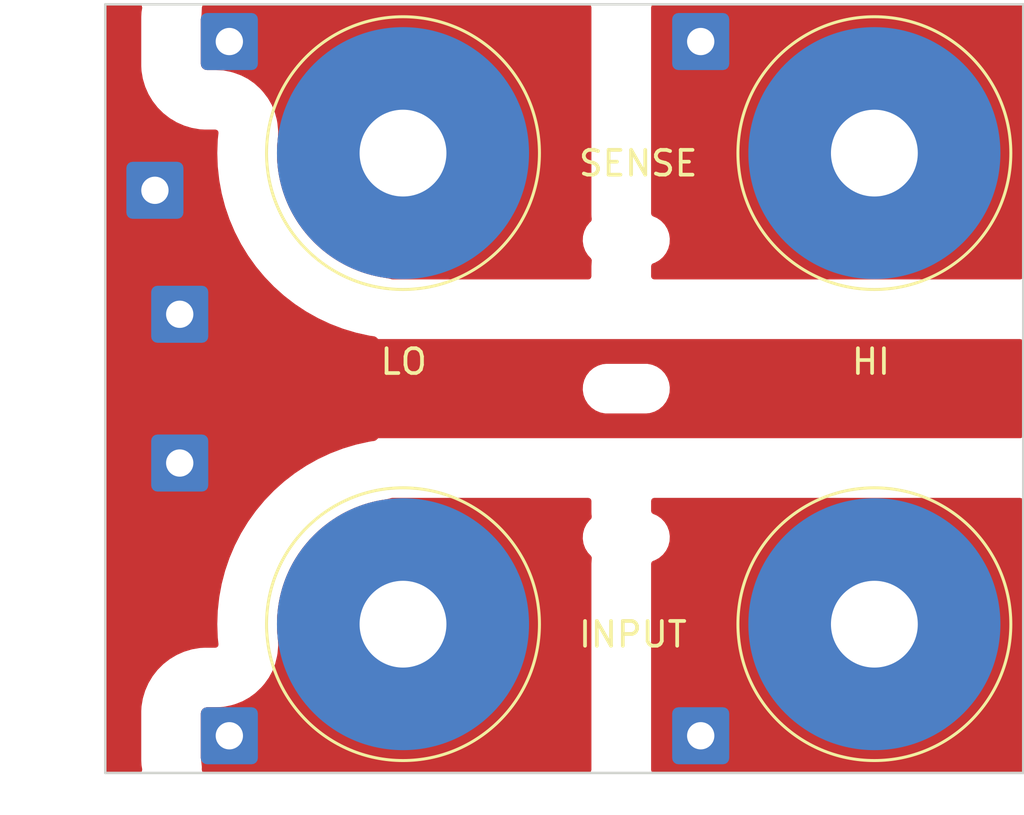
<source format=kicad_pcb>
(kicad_pcb (version 20221018) (generator pcbnew)
  (layers (0 "F.Cu" signal) (31 "B.Cu" signal) (34 "B.Paste" user) (35 "F.Paste" user) (36 "B.SilkS" user "B.Silkscreen") (37 "F.SilkS" user "F.Silkscreen") (38 "B.Mask" user) (39 "F.Mask" user) (44 "Edge.Cuts" user))
  (net 0 "")
  (net 1 "/IN_HI")
  (net 2 "/IN_LO")
  (net 3 "/SENSE_HI")
  (net 4 "Earth_Protective")
  (net 5 "/SENSE_LO")
  (footprint "mylib:tiewrap_hole" (layer "F.Cu") (at 105 86.5)
    (fp_text reference "H1" hide)
    (fp_text value "MountingHole")
    (pad "" np_thru_hole oval (at 0 0) (size 3 1.5) (drill oval 3 1.5) (layers "*.Cu" "*.Mask"))
  )
  (footprint "Connector_Wire:SolderWire-0.5sqmm_1x01_D0.9mm_OD2.3mm" (layer "F.Cu") (at 108 66.5)
    (fp_text reference "J7" hide)
    (fp_text value "Conn_01x01_Pin")
    (pad "1" thru_hole roundrect (at 0 0) (size 2.3 2.3) (drill 1.1) (layers "*.Cu" "*.Mask") (roundrect_rratio 0.108696087) (net 3 "/SENSE_HI"))
  )
  (footprint "project_specific_libs:Banana_Jack_1Pin" (layer "F.Cu") (at 115 90)
    (fp_text reference "J1" hide)
    (fp_text value "Conn_01x01_Pin")
    (fp_circle (center 0 0) (end 5.5 0) (stroke (width 0.12)) (fill none) (layer "F.SilkS"))
    (pad "1" thru_hole circle (at 0 0) (size 10.16 10.16) (drill 3.5) (layers "*.Cu" "*.Mask") (net 1 "/IN_HI"))
  )
  (footprint "Connector_Wire:SolderWire-0.5sqmm_1x01_D0.9mm_OD2.3mm" (layer "F.Cu") (at 87 83.5)
    (fp_text reference "J9" hide)
    (fp_text value "Conn_01x01_Pin")
    (pad "1" thru_hole roundrect (at 0 0) (size 2.3 2.3) (drill 1.1) (layers "*.Cu" "*.Mask") (roundrect_rratio 0.108696087) (net 4 "Earth_Protective"))
  )
  (footprint "project_specific_libs:Banana_Jack_1Pin" (layer "F.Cu") (at 115 71)
    (fp_text reference "J3" hide)
    (fp_text value "Conn_01x01_Pin")
    (fp_circle (center 0 0) (end 5.5 0) (stroke (width 0.12)) (fill none) (layer "F.SilkS"))
    (pad "1" thru_hole circle (at 0 0) (size 10.16 10.16) (drill 3.5) (layers "*.Cu" "*.Mask") (net 3 "/SENSE_HI"))
  )
  (footprint "Connector_Wire:SolderWire-0.5sqmm_1x01_D0.9mm_OD2.3mm" (layer "F.Cu") (at 87 77.5)
    (fp_text reference "J11" hide)
    (fp_text value "Conn_01x01_Pin")
    (pad "1" thru_hole roundrect (at 0 0) (size 2.3 2.3) (drill 1.1) (layers "*.Cu" "*.Mask") (roundrect_rratio 0.108696087) (net 4 "Earth_Protective"))
  )
  (footprint "Connector_Wire:SolderWire-0.5sqmm_1x01_D0.9mm_OD2.3mm" (layer "F.Cu") (at 108 94.5)
    (fp_text reference "J5" hide)
    (fp_text value "Conn_01x01_Pin")
    (pad "1" thru_hole roundrect (at 0 0) (size 2.3 2.3) (drill 1.1) (layers "*.Cu" "*.Mask") (roundrect_rratio 0.108696087) (net 1 "/IN_HI"))
  )
  (footprint "Connector_Wire:SolderWire-0.5sqmm_1x01_D0.9mm_OD2.3mm" (layer "F.Cu") (at 86 72.5)
    (fp_text reference "J10" hide)
    (fp_text value "Conn_01x01_Pin")
    (pad "1" thru_hole roundrect (at 0 0) (size 2.3 2.3) (drill 1.1) (layers "*.Cu" "*.Mask") (roundrect_rratio 0.108696087) (net 4 "Earth_Protective"))
  )
  (footprint "Connector_Wire:SolderWire-0.5sqmm_1x01_D0.9mm_OD2.3mm" (layer "F.Cu") (at 89 66.5)
    (fp_text reference "J8" hide)
    (fp_text value "Conn_01x01_Pin")
    (pad "1" thru_hole roundrect (at 0 0) (size 2.3 2.3) (drill 1.1) (layers "*.Cu" "*.Mask") (roundrect_rratio 0.108696087) (net 5 "/SENSE_LO"))
  )
  (footprint "mylib:tiewrap_hole" (layer "F.Cu") (at 105 74.5)
    (fp_text reference "H3" hide)
    (fp_text value "MountingHole")
    (pad "" np_thru_hole oval (at 0 0) (size 3 1.5) (drill oval 3 1.5) (layers "*.Cu" "*.Mask"))
  )
  (footprint "Connector_Wire:SolderWire-0.5sqmm_1x01_D0.9mm_OD2.3mm" (layer "F.Cu") (at 89 94.5)
    (fp_text reference "J6" hide)
    (fp_text value "Conn_01x01_Pin")
    (pad "1" thru_hole roundrect (at 0 0) (size 2.3 2.3) (drill 1.1) (layers "*.Cu" "*.Mask") (roundrect_rratio 0.108696087) (net 2 "/IN_LO"))
  )
  (footprint "project_specific_libs:Banana_Jack_1Pin" (layer "F.Cu") (at 96 90)
    (fp_text reference "J2" hide)
    (fp_text value "Conn_01x01_Pin")
    (fp_circle (center 0 0) (end 5.5 0) (stroke (width 0.12)) (fill none) (layer "F.SilkS"))
    (pad "1" thru_hole circle (at 0 0) (size 10.16 10.16) (drill 3.5) (layers "*.Cu" "*.Mask") (net 2 "/IN_LO"))
  )
  (footprint "mylib:tiewrap_hole" (layer "F.Cu") (at 105 80.5)
    (fp_text reference "H2" hide)
    (fp_text value "MountingHole")
    (pad "" np_thru_hole oval (at 0 0) (size 3 1.5) (drill oval 3 1.5) (layers "*.Cu" "*.Mask"))
  )
  (footprint "project_specific_libs:Banana_Jack_1Pin" (layer "F.Cu") (at 96 71)
    (fp_text reference "J4" hide)
    (fp_text value "Conn_01x01_Pin")
    (fp_circle (center 0 0) (end 5.5 0) (stroke (width 0.12)) (fill none) (layer "F.SilkS"))
    (pad "1" thru_hole circle (at 0 0) (size 10.16 10.16) (drill 3.5) (layers "*.Cu" "*.Mask") (net 5 "/SENSE_LO"))
  )
  (gr_line (start 121 65) (end 121 96) (stroke (width 0.1)) (layer "Edge.Cuts"))
  (gr_line (start 84 65) (end 121 65) (stroke (width 0.1)) (layer "Edge.Cuts"))
  (gr_line (start 121 96) (end 84 96) (stroke (width 0.1)) (layer "Edge.Cuts"))
  (gr_line (start 84 96) (end 84 65) (stroke (width 0.1)) (layer "Edge.Cuts"))
  (gr_text "HI" (at 114 80) (layer "F.SilkS") (effects (font (size 1 1)) (justify left bottom)))
  (gr_text "SENSE" (at 103 72) (layer "F.SilkS") (effects (font (size 1 1)) (justify left bottom)))
  (gr_text "INPUT" (at 103 91) (layer "F.SilkS") (effects (font (size 1 1)) (justify left bottom)))
  (gr_text "LO" (at 95 80) (layer "F.SilkS") (effects (font (size 1 1)) (justify left bottom)))
  (zone (net 3) (net_name "/SENSE_HI") (layer "F.Cu") (priority 2) (connect_pads yes (clearance 0.5)) (min_thickness 0.25) (fill yes (thermal_gap 0.5) (thermal_bridge_width 0.5))
    (polygon (pts (xy 106 65) (xy 121 65) (xy 121 78.5) (xy 106 78.5)))
  )
  (zone (net 1) (net_name "/IN_HI") (layer "F.Cu") (priority 3) (connect_pads yes (clearance 0.5)) (min_thickness 0.25) (fill yes (thermal_gap 0.5) (thermal_bridge_width 0.5))
    (polygon (pts (xy 106 82.5) (xy 121 82.5) (xy 121 96) (xy 106 96)))
  )
  (zone (net 5) (net_name "/SENSE_LO") (layer "F.Cu") (priority 1) (connect_pads yes (clearance 0.5)) (min_thickness 0.25) (fill yes (thermal_gap 0.5) (thermal_bridge_width 0.5))
    (polygon (pts (xy 106 65) (xy 106 78.5) (xy 84 78.5) (xy 84 65)))
  )
  (zone (net 2) (net_name "/IN_LO") (layer "F.Cu") (priority 1) (connect_pads yes (clearance 0.5)) (min_thickness 0.25) (fill yes (thermal_gap 0.5) (thermal_bridge_width 0.5))
    (polygon (pts (xy 106 96) (xy 106 82.5) (xy 84 82.5) (xy 84 96)))
  )
  (zone (net 4) (net_name "Earth_Protective") (layer "F.Cu") (priority 10) (connect_pads yes (clearance 0.5)) (min_thickness 0.25) (fill yes (thermal_gap 0.5) (thermal_bridge_width 0.5))
    (polygon (pts (xy 84 65) (xy 89 65) (xy 89 73) (xy 95 78.5) (xy 121 78.5) (xy 121 82.5) (xy 95 82.5) (xy 89 88) (xy 89 96) (xy 84 96)))
  )
)
</source>
